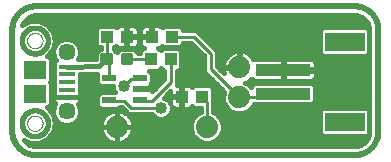
<source format=gtl>
G75*
%MOIN*%
%OFA0B0*%
%FSLAX25Y25*%
%IPPOS*%
%LPD*%
%AMOC8*
5,1,8,0,0,1.08239X$1,22.5*
%
%ADD10C,0.02000*%
%ADD11R,0.04331X0.03937*%
%ADD12C,0.01181*%
%ADD13C,0.05709*%
%ADD14R,0.05315X0.01575*%
%ADD15R,0.07480X0.05906*%
%ADD16C,0.00000*%
%ADD17C,0.01600*%
%ADD18R,0.18110X0.03937*%
%ADD19R,0.13386X0.06299*%
%ADD20C,0.07400*%
%ADD21R,0.03937X0.04331*%
%ADD22R,0.04724X0.02165*%
%ADD23C,0.01000*%
%ADD24C,0.04000*%
D10*
X0012824Y0004162D02*
X0119123Y0004162D01*
X0119313Y0004164D01*
X0119503Y0004171D01*
X0119693Y0004183D01*
X0119883Y0004199D01*
X0120072Y0004219D01*
X0120261Y0004245D01*
X0120449Y0004274D01*
X0120636Y0004309D01*
X0120822Y0004348D01*
X0121007Y0004391D01*
X0121192Y0004439D01*
X0121375Y0004491D01*
X0121556Y0004547D01*
X0121736Y0004608D01*
X0121915Y0004674D01*
X0122092Y0004743D01*
X0122268Y0004817D01*
X0122441Y0004895D01*
X0122613Y0004978D01*
X0122782Y0005064D01*
X0122950Y0005154D01*
X0123115Y0005249D01*
X0123278Y0005347D01*
X0123438Y0005450D01*
X0123596Y0005556D01*
X0123751Y0005666D01*
X0123904Y0005779D01*
X0124054Y0005897D01*
X0124200Y0006018D01*
X0124344Y0006142D01*
X0124485Y0006270D01*
X0124623Y0006401D01*
X0124758Y0006536D01*
X0124889Y0006674D01*
X0125017Y0006815D01*
X0125141Y0006959D01*
X0125262Y0007105D01*
X0125380Y0007255D01*
X0125493Y0007408D01*
X0125603Y0007563D01*
X0125709Y0007721D01*
X0125812Y0007881D01*
X0125910Y0008044D01*
X0126005Y0008209D01*
X0126095Y0008377D01*
X0126181Y0008546D01*
X0126264Y0008718D01*
X0126342Y0008891D01*
X0126416Y0009067D01*
X0126485Y0009244D01*
X0126551Y0009423D01*
X0126612Y0009603D01*
X0126668Y0009784D01*
X0126720Y0009967D01*
X0126768Y0010152D01*
X0126811Y0010337D01*
X0126850Y0010523D01*
X0126885Y0010710D01*
X0126914Y0010898D01*
X0126940Y0011087D01*
X0126960Y0011276D01*
X0126976Y0011466D01*
X0126988Y0011656D01*
X0126995Y0011846D01*
X0126997Y0012036D01*
X0126997Y0045894D01*
X0126995Y0046084D01*
X0126988Y0046274D01*
X0126976Y0046464D01*
X0126960Y0046654D01*
X0126940Y0046843D01*
X0126914Y0047032D01*
X0126885Y0047220D01*
X0126850Y0047407D01*
X0126811Y0047593D01*
X0126768Y0047778D01*
X0126720Y0047963D01*
X0126668Y0048146D01*
X0126612Y0048327D01*
X0126551Y0048507D01*
X0126485Y0048686D01*
X0126416Y0048863D01*
X0126342Y0049039D01*
X0126264Y0049212D01*
X0126181Y0049384D01*
X0126095Y0049553D01*
X0126005Y0049721D01*
X0125910Y0049886D01*
X0125812Y0050049D01*
X0125709Y0050209D01*
X0125603Y0050367D01*
X0125493Y0050522D01*
X0125380Y0050675D01*
X0125262Y0050825D01*
X0125141Y0050971D01*
X0125017Y0051115D01*
X0124889Y0051256D01*
X0124758Y0051394D01*
X0124623Y0051529D01*
X0124485Y0051660D01*
X0124344Y0051788D01*
X0124200Y0051912D01*
X0124054Y0052033D01*
X0123904Y0052151D01*
X0123751Y0052264D01*
X0123596Y0052374D01*
X0123438Y0052480D01*
X0123278Y0052583D01*
X0123115Y0052681D01*
X0122950Y0052776D01*
X0122782Y0052866D01*
X0122613Y0052952D01*
X0122441Y0053035D01*
X0122268Y0053113D01*
X0122092Y0053187D01*
X0121915Y0053256D01*
X0121736Y0053322D01*
X0121556Y0053383D01*
X0121375Y0053439D01*
X0121192Y0053491D01*
X0121007Y0053539D01*
X0120822Y0053582D01*
X0120636Y0053621D01*
X0120449Y0053656D01*
X0120261Y0053685D01*
X0120072Y0053711D01*
X0119883Y0053731D01*
X0119693Y0053747D01*
X0119503Y0053759D01*
X0119313Y0053766D01*
X0119123Y0053768D01*
X0119123Y0053769D02*
X0012036Y0053769D01*
X0012824Y0053768D02*
X0012634Y0053766D01*
X0012444Y0053759D01*
X0012254Y0053747D01*
X0012064Y0053731D01*
X0011875Y0053711D01*
X0011686Y0053685D01*
X0011498Y0053656D01*
X0011311Y0053621D01*
X0011125Y0053582D01*
X0010940Y0053539D01*
X0010755Y0053491D01*
X0010572Y0053439D01*
X0010391Y0053383D01*
X0010211Y0053322D01*
X0010032Y0053256D01*
X0009855Y0053187D01*
X0009679Y0053113D01*
X0009506Y0053035D01*
X0009334Y0052952D01*
X0009165Y0052866D01*
X0008997Y0052776D01*
X0008832Y0052681D01*
X0008669Y0052583D01*
X0008509Y0052480D01*
X0008351Y0052374D01*
X0008196Y0052264D01*
X0008043Y0052151D01*
X0007893Y0052033D01*
X0007747Y0051912D01*
X0007603Y0051788D01*
X0007462Y0051660D01*
X0007324Y0051529D01*
X0007189Y0051394D01*
X0007058Y0051256D01*
X0006930Y0051115D01*
X0006806Y0050971D01*
X0006685Y0050825D01*
X0006567Y0050675D01*
X0006454Y0050522D01*
X0006344Y0050367D01*
X0006238Y0050209D01*
X0006135Y0050049D01*
X0006037Y0049886D01*
X0005942Y0049721D01*
X0005852Y0049553D01*
X0005766Y0049384D01*
X0005683Y0049212D01*
X0005605Y0049039D01*
X0005531Y0048863D01*
X0005462Y0048686D01*
X0005396Y0048507D01*
X0005335Y0048327D01*
X0005279Y0048146D01*
X0005227Y0047963D01*
X0005179Y0047778D01*
X0005136Y0047593D01*
X0005097Y0047407D01*
X0005062Y0047220D01*
X0005033Y0047032D01*
X0005007Y0046843D01*
X0004987Y0046654D01*
X0004971Y0046464D01*
X0004959Y0046274D01*
X0004952Y0046084D01*
X0004950Y0045894D01*
X0004950Y0012036D01*
X0004952Y0011846D01*
X0004959Y0011656D01*
X0004971Y0011466D01*
X0004987Y0011276D01*
X0005007Y0011087D01*
X0005033Y0010898D01*
X0005062Y0010710D01*
X0005097Y0010523D01*
X0005136Y0010337D01*
X0005179Y0010152D01*
X0005227Y0009967D01*
X0005279Y0009784D01*
X0005335Y0009603D01*
X0005396Y0009423D01*
X0005462Y0009244D01*
X0005531Y0009067D01*
X0005605Y0008891D01*
X0005683Y0008718D01*
X0005766Y0008546D01*
X0005852Y0008377D01*
X0005942Y0008209D01*
X0006037Y0008044D01*
X0006135Y0007881D01*
X0006238Y0007721D01*
X0006344Y0007563D01*
X0006454Y0007408D01*
X0006567Y0007255D01*
X0006685Y0007105D01*
X0006806Y0006959D01*
X0006930Y0006815D01*
X0007058Y0006674D01*
X0007189Y0006536D01*
X0007324Y0006401D01*
X0007462Y0006270D01*
X0007603Y0006142D01*
X0007747Y0006018D01*
X0007893Y0005897D01*
X0008043Y0005779D01*
X0008196Y0005666D01*
X0008351Y0005556D01*
X0008509Y0005450D01*
X0008669Y0005347D01*
X0008832Y0005249D01*
X0008997Y0005154D01*
X0009165Y0005064D01*
X0009334Y0004978D01*
X0009506Y0004895D01*
X0009679Y0004817D01*
X0009855Y0004743D01*
X0010032Y0004674D01*
X0010211Y0004608D01*
X0010391Y0004547D01*
X0010572Y0004491D01*
X0010755Y0004439D01*
X0010940Y0004391D01*
X0011125Y0004348D01*
X0011311Y0004309D01*
X0011498Y0004274D01*
X0011686Y0004245D01*
X0011875Y0004219D01*
X0012064Y0004199D01*
X0012254Y0004183D01*
X0012444Y0004171D01*
X0012634Y0004164D01*
X0012824Y0004162D01*
D11*
X0036446Y0043611D03*
X0043139Y0043611D03*
X0051446Y0043643D03*
X0058139Y0043643D03*
D12*
X0041867Y0037489D02*
X0041867Y0034733D01*
X0041867Y0037489D02*
X0044623Y0037489D01*
X0044623Y0034733D01*
X0041867Y0034733D01*
X0041867Y0035913D02*
X0044623Y0035913D01*
X0044623Y0037093D02*
X0041867Y0037093D01*
X0034961Y0037489D02*
X0034961Y0034733D01*
X0034961Y0037489D02*
X0037717Y0037489D01*
X0037717Y0034733D01*
X0034961Y0034733D01*
X0034961Y0035913D02*
X0037717Y0035913D01*
X0037717Y0037093D02*
X0034961Y0037093D01*
D13*
X0023099Y0038414D03*
X0023099Y0018729D03*
D14*
X0023099Y0023454D03*
X0023099Y0026013D03*
X0023099Y0028572D03*
X0023099Y0031131D03*
X0023099Y0033690D03*
D15*
X0012469Y0032509D03*
X0012469Y0024635D03*
D16*
X0009910Y0014792D02*
X0009912Y0014893D01*
X0009918Y0014994D01*
X0009928Y0015095D01*
X0009942Y0015195D01*
X0009960Y0015294D01*
X0009982Y0015393D01*
X0010007Y0015491D01*
X0010037Y0015588D01*
X0010070Y0015683D01*
X0010107Y0015777D01*
X0010148Y0015870D01*
X0010192Y0015961D01*
X0010240Y0016050D01*
X0010292Y0016137D01*
X0010347Y0016222D01*
X0010405Y0016304D01*
X0010466Y0016385D01*
X0010531Y0016463D01*
X0010598Y0016538D01*
X0010668Y0016610D01*
X0010742Y0016680D01*
X0010818Y0016747D01*
X0010896Y0016811D01*
X0010977Y0016871D01*
X0011060Y0016928D01*
X0011146Y0016982D01*
X0011234Y0017033D01*
X0011323Y0017080D01*
X0011414Y0017124D01*
X0011507Y0017163D01*
X0011602Y0017200D01*
X0011697Y0017232D01*
X0011794Y0017261D01*
X0011893Y0017285D01*
X0011991Y0017306D01*
X0012091Y0017323D01*
X0012191Y0017336D01*
X0012292Y0017345D01*
X0012393Y0017350D01*
X0012494Y0017351D01*
X0012595Y0017348D01*
X0012696Y0017341D01*
X0012797Y0017330D01*
X0012897Y0017315D01*
X0012996Y0017296D01*
X0013095Y0017273D01*
X0013192Y0017247D01*
X0013289Y0017216D01*
X0013384Y0017182D01*
X0013477Y0017144D01*
X0013570Y0017102D01*
X0013660Y0017057D01*
X0013749Y0017008D01*
X0013835Y0016956D01*
X0013919Y0016900D01*
X0014002Y0016841D01*
X0014081Y0016779D01*
X0014159Y0016714D01*
X0014233Y0016646D01*
X0014305Y0016574D01*
X0014374Y0016501D01*
X0014440Y0016424D01*
X0014503Y0016345D01*
X0014563Y0016263D01*
X0014619Y0016179D01*
X0014672Y0016093D01*
X0014722Y0016005D01*
X0014768Y0015915D01*
X0014811Y0015824D01*
X0014850Y0015730D01*
X0014885Y0015635D01*
X0014916Y0015539D01*
X0014944Y0015442D01*
X0014968Y0015344D01*
X0014988Y0015245D01*
X0015004Y0015145D01*
X0015016Y0015044D01*
X0015024Y0014944D01*
X0015028Y0014843D01*
X0015028Y0014741D01*
X0015024Y0014640D01*
X0015016Y0014540D01*
X0015004Y0014439D01*
X0014988Y0014339D01*
X0014968Y0014240D01*
X0014944Y0014142D01*
X0014916Y0014045D01*
X0014885Y0013949D01*
X0014850Y0013854D01*
X0014811Y0013760D01*
X0014768Y0013669D01*
X0014722Y0013579D01*
X0014672Y0013491D01*
X0014619Y0013405D01*
X0014563Y0013321D01*
X0014503Y0013239D01*
X0014440Y0013160D01*
X0014374Y0013083D01*
X0014305Y0013010D01*
X0014233Y0012938D01*
X0014159Y0012870D01*
X0014081Y0012805D01*
X0014002Y0012743D01*
X0013919Y0012684D01*
X0013835Y0012628D01*
X0013748Y0012576D01*
X0013660Y0012527D01*
X0013570Y0012482D01*
X0013477Y0012440D01*
X0013384Y0012402D01*
X0013289Y0012368D01*
X0013192Y0012337D01*
X0013095Y0012311D01*
X0012996Y0012288D01*
X0012897Y0012269D01*
X0012797Y0012254D01*
X0012696Y0012243D01*
X0012595Y0012236D01*
X0012494Y0012233D01*
X0012393Y0012234D01*
X0012292Y0012239D01*
X0012191Y0012248D01*
X0012091Y0012261D01*
X0011991Y0012278D01*
X0011893Y0012299D01*
X0011794Y0012323D01*
X0011697Y0012352D01*
X0011602Y0012384D01*
X0011507Y0012421D01*
X0011414Y0012460D01*
X0011323Y0012504D01*
X0011234Y0012551D01*
X0011146Y0012602D01*
X0011060Y0012656D01*
X0010977Y0012713D01*
X0010896Y0012773D01*
X0010818Y0012837D01*
X0010742Y0012904D01*
X0010668Y0012974D01*
X0010598Y0013046D01*
X0010531Y0013121D01*
X0010466Y0013199D01*
X0010405Y0013280D01*
X0010347Y0013362D01*
X0010292Y0013447D01*
X0010240Y0013534D01*
X0010192Y0013623D01*
X0010148Y0013714D01*
X0010107Y0013807D01*
X0010070Y0013901D01*
X0010037Y0013996D01*
X0010007Y0014093D01*
X0009982Y0014191D01*
X0009960Y0014290D01*
X0009942Y0014389D01*
X0009928Y0014489D01*
X0009918Y0014590D01*
X0009912Y0014691D01*
X0009910Y0014792D01*
X0009910Y0042351D02*
X0009912Y0042452D01*
X0009918Y0042553D01*
X0009928Y0042654D01*
X0009942Y0042754D01*
X0009960Y0042853D01*
X0009982Y0042952D01*
X0010007Y0043050D01*
X0010037Y0043147D01*
X0010070Y0043242D01*
X0010107Y0043336D01*
X0010148Y0043429D01*
X0010192Y0043520D01*
X0010240Y0043609D01*
X0010292Y0043696D01*
X0010347Y0043781D01*
X0010405Y0043863D01*
X0010466Y0043944D01*
X0010531Y0044022D01*
X0010598Y0044097D01*
X0010668Y0044169D01*
X0010742Y0044239D01*
X0010818Y0044306D01*
X0010896Y0044370D01*
X0010977Y0044430D01*
X0011060Y0044487D01*
X0011146Y0044541D01*
X0011234Y0044592D01*
X0011323Y0044639D01*
X0011414Y0044683D01*
X0011507Y0044722D01*
X0011602Y0044759D01*
X0011697Y0044791D01*
X0011794Y0044820D01*
X0011893Y0044844D01*
X0011991Y0044865D01*
X0012091Y0044882D01*
X0012191Y0044895D01*
X0012292Y0044904D01*
X0012393Y0044909D01*
X0012494Y0044910D01*
X0012595Y0044907D01*
X0012696Y0044900D01*
X0012797Y0044889D01*
X0012897Y0044874D01*
X0012996Y0044855D01*
X0013095Y0044832D01*
X0013192Y0044806D01*
X0013289Y0044775D01*
X0013384Y0044741D01*
X0013477Y0044703D01*
X0013570Y0044661D01*
X0013660Y0044616D01*
X0013749Y0044567D01*
X0013835Y0044515D01*
X0013919Y0044459D01*
X0014002Y0044400D01*
X0014081Y0044338D01*
X0014159Y0044273D01*
X0014233Y0044205D01*
X0014305Y0044133D01*
X0014374Y0044060D01*
X0014440Y0043983D01*
X0014503Y0043904D01*
X0014563Y0043822D01*
X0014619Y0043738D01*
X0014672Y0043652D01*
X0014722Y0043564D01*
X0014768Y0043474D01*
X0014811Y0043383D01*
X0014850Y0043289D01*
X0014885Y0043194D01*
X0014916Y0043098D01*
X0014944Y0043001D01*
X0014968Y0042903D01*
X0014988Y0042804D01*
X0015004Y0042704D01*
X0015016Y0042603D01*
X0015024Y0042503D01*
X0015028Y0042402D01*
X0015028Y0042300D01*
X0015024Y0042199D01*
X0015016Y0042099D01*
X0015004Y0041998D01*
X0014988Y0041898D01*
X0014968Y0041799D01*
X0014944Y0041701D01*
X0014916Y0041604D01*
X0014885Y0041508D01*
X0014850Y0041413D01*
X0014811Y0041319D01*
X0014768Y0041228D01*
X0014722Y0041138D01*
X0014672Y0041050D01*
X0014619Y0040964D01*
X0014563Y0040880D01*
X0014503Y0040798D01*
X0014440Y0040719D01*
X0014374Y0040642D01*
X0014305Y0040569D01*
X0014233Y0040497D01*
X0014159Y0040429D01*
X0014081Y0040364D01*
X0014002Y0040302D01*
X0013919Y0040243D01*
X0013835Y0040187D01*
X0013748Y0040135D01*
X0013660Y0040086D01*
X0013570Y0040041D01*
X0013477Y0039999D01*
X0013384Y0039961D01*
X0013289Y0039927D01*
X0013192Y0039896D01*
X0013095Y0039870D01*
X0012996Y0039847D01*
X0012897Y0039828D01*
X0012797Y0039813D01*
X0012696Y0039802D01*
X0012595Y0039795D01*
X0012494Y0039792D01*
X0012393Y0039793D01*
X0012292Y0039798D01*
X0012191Y0039807D01*
X0012091Y0039820D01*
X0011991Y0039837D01*
X0011893Y0039858D01*
X0011794Y0039882D01*
X0011697Y0039911D01*
X0011602Y0039943D01*
X0011507Y0039980D01*
X0011414Y0040019D01*
X0011323Y0040063D01*
X0011234Y0040110D01*
X0011146Y0040161D01*
X0011060Y0040215D01*
X0010977Y0040272D01*
X0010896Y0040332D01*
X0010818Y0040396D01*
X0010742Y0040463D01*
X0010668Y0040533D01*
X0010598Y0040605D01*
X0010531Y0040680D01*
X0010466Y0040758D01*
X0010405Y0040839D01*
X0010347Y0040921D01*
X0010292Y0041006D01*
X0010240Y0041093D01*
X0010192Y0041182D01*
X0010148Y0041273D01*
X0010107Y0041366D01*
X0010070Y0041460D01*
X0010037Y0041555D01*
X0010007Y0041652D01*
X0009982Y0041750D01*
X0009960Y0041849D01*
X0009942Y0041948D01*
X0009928Y0042048D01*
X0009918Y0042149D01*
X0009912Y0042250D01*
X0009910Y0042351D01*
D17*
X0008138Y0042351D02*
X0008140Y0042482D01*
X0008146Y0042614D01*
X0008156Y0042745D01*
X0008170Y0042876D01*
X0008188Y0043006D01*
X0008210Y0043135D01*
X0008235Y0043264D01*
X0008265Y0043392D01*
X0008299Y0043519D01*
X0008336Y0043646D01*
X0008377Y0043770D01*
X0008422Y0043894D01*
X0008471Y0044016D01*
X0008523Y0044137D01*
X0008579Y0044255D01*
X0008639Y0044373D01*
X0008702Y0044488D01*
X0008769Y0044601D01*
X0008839Y0044713D01*
X0008912Y0044822D01*
X0008988Y0044928D01*
X0009068Y0045033D01*
X0009151Y0045135D01*
X0009237Y0045234D01*
X0009326Y0045331D01*
X0009418Y0045425D01*
X0009513Y0045516D01*
X0009610Y0045605D01*
X0009710Y0045690D01*
X0009813Y0045772D01*
X0009918Y0045851D01*
X0010025Y0045927D01*
X0010135Y0045999D01*
X0010247Y0046068D01*
X0010361Y0046134D01*
X0010476Y0046196D01*
X0010594Y0046255D01*
X0010713Y0046310D01*
X0010834Y0046362D01*
X0010957Y0046409D01*
X0011081Y0046453D01*
X0011206Y0046494D01*
X0011332Y0046530D01*
X0011460Y0046563D01*
X0011588Y0046591D01*
X0011717Y0046616D01*
X0011847Y0046637D01*
X0011977Y0046654D01*
X0012108Y0046667D01*
X0012239Y0046676D01*
X0012370Y0046681D01*
X0012502Y0046682D01*
X0012633Y0046679D01*
X0012765Y0046672D01*
X0012896Y0046661D01*
X0013026Y0046646D01*
X0013156Y0046627D01*
X0013286Y0046604D01*
X0013414Y0046578D01*
X0013542Y0046547D01*
X0013669Y0046512D01*
X0013795Y0046474D01*
X0013919Y0046432D01*
X0014043Y0046386D01*
X0014164Y0046336D01*
X0014284Y0046283D01*
X0014403Y0046226D01*
X0014520Y0046166D01*
X0014634Y0046102D01*
X0014747Y0046034D01*
X0014858Y0045963D01*
X0014967Y0045889D01*
X0015073Y0045812D01*
X0015177Y0045731D01*
X0015278Y0045648D01*
X0015377Y0045561D01*
X0015473Y0045471D01*
X0015566Y0045378D01*
X0015657Y0045283D01*
X0015744Y0045185D01*
X0015829Y0045084D01*
X0015910Y0044981D01*
X0015988Y0044875D01*
X0016063Y0044767D01*
X0016135Y0044657D01*
X0016203Y0044545D01*
X0016268Y0044431D01*
X0016329Y0044314D01*
X0016387Y0044196D01*
X0016441Y0044076D01*
X0016492Y0043955D01*
X0016539Y0043832D01*
X0016582Y0043708D01*
X0016621Y0043583D01*
X0016657Y0043456D01*
X0016688Y0043328D01*
X0016716Y0043200D01*
X0016740Y0043071D01*
X0016760Y0042941D01*
X0016776Y0042810D01*
X0016788Y0042679D01*
X0016796Y0042548D01*
X0016800Y0042417D01*
X0016800Y0042285D01*
X0016796Y0042154D01*
X0016788Y0042023D01*
X0016776Y0041892D01*
X0016760Y0041761D01*
X0016740Y0041631D01*
X0016716Y0041502D01*
X0016688Y0041374D01*
X0016657Y0041246D01*
X0016621Y0041119D01*
X0016582Y0040994D01*
X0016539Y0040870D01*
X0016492Y0040747D01*
X0016441Y0040626D01*
X0016387Y0040506D01*
X0016329Y0040388D01*
X0016268Y0040271D01*
X0016203Y0040157D01*
X0016135Y0040045D01*
X0016063Y0039935D01*
X0015988Y0039827D01*
X0015910Y0039721D01*
X0015829Y0039618D01*
X0015744Y0039517D01*
X0015657Y0039419D01*
X0015566Y0039324D01*
X0015473Y0039231D01*
X0015377Y0039141D01*
X0015278Y0039054D01*
X0015177Y0038971D01*
X0015073Y0038890D01*
X0014967Y0038813D01*
X0014858Y0038739D01*
X0014747Y0038668D01*
X0014635Y0038600D01*
X0014520Y0038536D01*
X0014403Y0038476D01*
X0014284Y0038419D01*
X0014164Y0038366D01*
X0014043Y0038316D01*
X0013919Y0038270D01*
X0013795Y0038228D01*
X0013669Y0038190D01*
X0013542Y0038155D01*
X0013414Y0038124D01*
X0013286Y0038098D01*
X0013156Y0038075D01*
X0013026Y0038056D01*
X0012896Y0038041D01*
X0012765Y0038030D01*
X0012633Y0038023D01*
X0012502Y0038020D01*
X0012370Y0038021D01*
X0012239Y0038026D01*
X0012108Y0038035D01*
X0011977Y0038048D01*
X0011847Y0038065D01*
X0011717Y0038086D01*
X0011588Y0038111D01*
X0011460Y0038139D01*
X0011332Y0038172D01*
X0011206Y0038208D01*
X0011081Y0038249D01*
X0010957Y0038293D01*
X0010834Y0038340D01*
X0010713Y0038392D01*
X0010594Y0038447D01*
X0010476Y0038506D01*
X0010361Y0038568D01*
X0010247Y0038634D01*
X0010135Y0038703D01*
X0010025Y0038775D01*
X0009918Y0038851D01*
X0009813Y0038930D01*
X0009710Y0039012D01*
X0009610Y0039097D01*
X0009513Y0039186D01*
X0009418Y0039277D01*
X0009326Y0039371D01*
X0009237Y0039468D01*
X0009151Y0039567D01*
X0009068Y0039669D01*
X0008988Y0039774D01*
X0008912Y0039880D01*
X0008839Y0039989D01*
X0008769Y0040101D01*
X0008702Y0040214D01*
X0008639Y0040329D01*
X0008579Y0040447D01*
X0008523Y0040565D01*
X0008471Y0040686D01*
X0008422Y0040808D01*
X0008377Y0040932D01*
X0008336Y0041056D01*
X0008299Y0041183D01*
X0008265Y0041310D01*
X0008235Y0041438D01*
X0008210Y0041567D01*
X0008188Y0041696D01*
X0008170Y0041826D01*
X0008156Y0041957D01*
X0008146Y0042088D01*
X0008140Y0042220D01*
X0008138Y0042351D01*
X0018191Y0039001D02*
X0018645Y0039001D01*
X0018645Y0039300D02*
X0018645Y0037528D01*
X0019323Y0035891D01*
X0019458Y0035756D01*
X0018842Y0035140D01*
X0018842Y0025070D01*
X0018764Y0024936D01*
X0018642Y0024478D01*
X0018642Y0023454D01*
X0023099Y0023454D01*
X0023099Y0023453D01*
X0018642Y0023453D01*
X0018642Y0022429D01*
X0018764Y0021971D01*
X0019001Y0021561D01*
X0019319Y0021243D01*
X0018645Y0019615D01*
X0018645Y0017843D01*
X0019323Y0016206D01*
X0020576Y0014953D01*
X0022213Y0014275D01*
X0023985Y0014275D01*
X0025622Y0014953D01*
X0026875Y0016206D01*
X0027554Y0017843D01*
X0027554Y0019615D01*
X0026879Y0021243D01*
X0027197Y0021561D01*
X0027434Y0021971D01*
X0027557Y0022429D01*
X0027557Y0023453D01*
X0023099Y0023453D01*
X0023099Y0023454D01*
X0027557Y0023454D01*
X0027557Y0024478D01*
X0027434Y0024936D01*
X0027357Y0025070D01*
X0027357Y0031305D01*
X0033211Y0031326D01*
X0033211Y0028106D01*
X0034149Y0027169D01*
X0038456Y0027169D01*
X0038456Y0026478D01*
X0039004Y0025154D01*
X0039105Y0025054D01*
X0034149Y0025054D01*
X0033211Y0024116D01*
X0033211Y0020625D01*
X0034149Y0019688D01*
X0040199Y0019688D01*
X0040683Y0020172D01*
X0041356Y0020172D01*
X0042410Y0019118D01*
X0043640Y0017888D01*
X0051389Y0017888D01*
X0051417Y0017820D01*
X0052430Y0016807D01*
X0053753Y0016259D01*
X0055185Y0016259D01*
X0056509Y0016807D01*
X0057521Y0017820D01*
X0058069Y0019143D01*
X0058069Y0020308D01*
X0058372Y0020005D01*
X0058782Y0019768D01*
X0059240Y0019646D01*
X0061261Y0019646D01*
X0061261Y0023427D01*
X0057677Y0023427D01*
X0057677Y0021522D01*
X0057521Y0021898D01*
X0056509Y0022911D01*
X0055452Y0023349D01*
X0057677Y0025573D01*
X0057677Y0023795D01*
X0061261Y0023795D01*
X0061261Y0023427D01*
X0061630Y0023427D01*
X0061630Y0019646D01*
X0063651Y0019646D01*
X0064109Y0019768D01*
X0064519Y0020005D01*
X0064855Y0020340D01*
X0064912Y0020441D01*
X0065507Y0019846D01*
X0067692Y0019846D01*
X0067692Y0018478D01*
X0066790Y0018104D01*
X0065299Y0016613D01*
X0064492Y0014665D01*
X0064492Y0012557D01*
X0065299Y0010609D01*
X0066790Y0009118D01*
X0068738Y0008311D01*
X0070846Y0008311D01*
X0072794Y0009118D01*
X0074285Y0010609D01*
X0075092Y0012557D01*
X0075092Y0014665D01*
X0074285Y0016613D01*
X0072794Y0018104D01*
X0071892Y0018478D01*
X0071892Y0022827D01*
X0071707Y0023012D01*
X0071707Y0026439D01*
X0070770Y0027376D01*
X0065507Y0027376D01*
X0064912Y0026781D01*
X0064855Y0026882D01*
X0064519Y0027217D01*
X0064109Y0027454D01*
X0063651Y0027576D01*
X0061630Y0027576D01*
X0061630Y0023795D01*
X0061261Y0023795D01*
X0061261Y0027576D01*
X0059680Y0027576D01*
X0059805Y0027702D01*
X0059805Y0032365D01*
X0060337Y0032365D01*
X0061274Y0033303D01*
X0061274Y0038959D01*
X0060337Y0039896D01*
X0055074Y0039896D01*
X0054359Y0039181D01*
X0053666Y0039874D01*
X0053848Y0039874D01*
X0054306Y0039997D01*
X0054716Y0040234D01*
X0054934Y0040451D01*
X0055310Y0040074D01*
X0060967Y0040074D01*
X0061904Y0041011D01*
X0061904Y0041543D01*
X0064599Y0041543D01*
X0068991Y0037151D01*
X0068991Y0031993D01*
X0075653Y0025331D01*
X0075280Y0024429D01*
X0075280Y0022321D01*
X0076086Y0020373D01*
X0077577Y0018882D01*
X0079525Y0018075D01*
X0081634Y0018075D01*
X0083582Y0018882D01*
X0085073Y0020373D01*
X0085415Y0021198D01*
X0085507Y0021106D01*
X0104943Y0021106D01*
X0105880Y0022043D01*
X0105880Y0027305D01*
X0104943Y0028243D01*
X0085507Y0028243D01*
X0084570Y0027305D01*
X0084570Y0026880D01*
X0083582Y0027868D01*
X0082636Y0028260D01*
X0082691Y0028278D01*
X0083462Y0028671D01*
X0084163Y0029180D01*
X0084630Y0029647D01*
X0084730Y0029474D01*
X0085065Y0029139D01*
X0085475Y0028902D01*
X0085933Y0028780D01*
X0095041Y0028780D01*
X0095041Y0032364D01*
X0095409Y0032364D01*
X0095409Y0028780D01*
X0104517Y0028780D01*
X0104975Y0028902D01*
X0105386Y0029139D01*
X0105721Y0029474D01*
X0105958Y0029885D01*
X0106080Y0030343D01*
X0106080Y0032364D01*
X0095410Y0032364D01*
X0095410Y0032732D01*
X0106080Y0032732D01*
X0106080Y0034754D01*
X0105958Y0035211D01*
X0105721Y0035622D01*
X0105386Y0035957D01*
X0104975Y0036194D01*
X0104517Y0036317D01*
X0095409Y0036317D01*
X0095409Y0032732D01*
X0095041Y0032732D01*
X0095041Y0036317D01*
X0085933Y0036317D01*
X0085475Y0036194D01*
X0085352Y0036123D01*
X0085284Y0036257D01*
X0084775Y0036958D01*
X0084163Y0037570D01*
X0083462Y0038079D01*
X0082691Y0038472D01*
X0081867Y0038739D01*
X0081012Y0038875D01*
X0080780Y0038875D01*
X0080780Y0033575D01*
X0080380Y0033575D01*
X0080380Y0038875D01*
X0080147Y0038875D01*
X0079292Y0038739D01*
X0078468Y0038472D01*
X0077697Y0038079D01*
X0076997Y0037570D01*
X0076384Y0036958D01*
X0075876Y0036257D01*
X0075482Y0035486D01*
X0075215Y0034663D01*
X0075080Y0033808D01*
X0075080Y0033575D01*
X0080379Y0033575D01*
X0080379Y0033175D01*
X0075080Y0033175D01*
X0075080Y0032942D01*
X0075215Y0032087D01*
X0075397Y0031527D01*
X0073191Y0033733D01*
X0073191Y0038890D01*
X0071961Y0040120D01*
X0066339Y0045743D01*
X0061904Y0045743D01*
X0061904Y0046274D01*
X0060967Y0047211D01*
X0055310Y0047211D01*
X0054934Y0046834D01*
X0054716Y0047051D01*
X0054306Y0047288D01*
X0053848Y0047411D01*
X0051630Y0047411D01*
X0051630Y0043827D01*
X0051261Y0043827D01*
X0051261Y0043458D01*
X0047480Y0043458D01*
X0047480Y0041437D01*
X0047603Y0040979D01*
X0047840Y0040569D01*
X0048175Y0040234D01*
X0048586Y0039997D01*
X0048961Y0039896D01*
X0048381Y0039896D01*
X0047444Y0038959D01*
X0047444Y0038211D01*
X0046813Y0038211D01*
X0046813Y0038396D01*
X0045530Y0039680D01*
X0040960Y0039680D01*
X0039792Y0038512D01*
X0038743Y0039562D01*
X0038743Y0040043D01*
X0039274Y0040043D01*
X0039651Y0040419D01*
X0039868Y0040202D01*
X0040278Y0039965D01*
X0040736Y0039843D01*
X0042954Y0039843D01*
X0042954Y0043427D01*
X0043323Y0043427D01*
X0043323Y0043795D01*
X0047104Y0043795D01*
X0047104Y0045816D01*
X0046981Y0046274D01*
X0046744Y0046685D01*
X0046409Y0047020D01*
X0045999Y0047257D01*
X0045541Y0047380D01*
X0043323Y0047380D01*
X0043323Y0043795D01*
X0042954Y0043795D01*
X0042954Y0047380D01*
X0040736Y0047380D01*
X0040278Y0047257D01*
X0039868Y0047020D01*
X0039651Y0046803D01*
X0039274Y0047180D01*
X0033618Y0047180D01*
X0032680Y0046242D01*
X0032680Y0040980D01*
X0033618Y0040043D01*
X0034543Y0040043D01*
X0034543Y0039680D01*
X0034054Y0039680D01*
X0032771Y0038396D01*
X0032771Y0036125D01*
X0026964Y0036104D01*
X0027554Y0037528D01*
X0027554Y0039300D01*
X0026875Y0040937D01*
X0025622Y0042190D01*
X0023985Y0042868D01*
X0022213Y0042868D01*
X0020576Y0042190D01*
X0019323Y0040937D01*
X0018645Y0039300D01*
X0018533Y0039431D02*
X0018533Y0039431D01*
X0019200Y0042351D01*
X0018533Y0045272D01*
X0016666Y0047613D01*
X0013967Y0048913D01*
X0010972Y0048913D01*
X0008329Y0047641D01*
X0008481Y0048107D01*
X0009377Y0049341D01*
X0010611Y0050237D01*
X0012061Y0050709D01*
X0012824Y0050769D01*
X0119123Y0050769D01*
X0119885Y0050709D01*
X0121336Y0050237D01*
X0122569Y0049341D01*
X0123466Y0048107D01*
X0123937Y0046657D01*
X0123997Y0045894D01*
X0123997Y0012036D01*
X0123991Y0011956D01*
X0123991Y0019038D01*
X0123053Y0019975D01*
X0108342Y0019975D01*
X0107405Y0019038D01*
X0107405Y0011413D01*
X0108342Y0010476D01*
X0123053Y0010476D01*
X0123944Y0011366D01*
X0123937Y0011274D01*
X0123466Y0009823D01*
X0122569Y0008590D01*
X0121336Y0007693D01*
X0119885Y0007222D01*
X0119123Y0007162D01*
X0012824Y0007162D01*
X0012061Y0007222D01*
X0010611Y0007693D01*
X0009377Y0008590D01*
X0008921Y0009218D01*
X0010972Y0008230D01*
X0013967Y0008230D01*
X0016666Y0009530D01*
X0018533Y0011872D01*
X0019200Y0014792D01*
X0018533Y0017712D01*
X0018533Y0017712D01*
X0016666Y0020054D01*
X0016609Y0020082D01*
X0016872Y0020082D01*
X0017809Y0021019D01*
X0017809Y0028250D01*
X0017488Y0028572D01*
X0017809Y0028893D01*
X0017809Y0036124D01*
X0016872Y0037061D01*
X0016609Y0037061D01*
X0016666Y0037089D01*
X0018533Y0039431D01*
X0018800Y0040600D02*
X0019183Y0040600D01*
X0019165Y0042198D02*
X0020595Y0042198D01*
X0019200Y0042351D02*
X0019200Y0042351D01*
X0018870Y0043797D02*
X0032680Y0043797D01*
X0032680Y0045395D02*
X0018435Y0045395D01*
X0018533Y0045272D02*
X0018533Y0045272D01*
X0017160Y0046994D02*
X0033432Y0046994D01*
X0039460Y0046994D02*
X0039842Y0046994D01*
X0042954Y0046994D02*
X0043323Y0046994D01*
X0046435Y0046994D02*
X0048117Y0046994D01*
X0048175Y0047051D02*
X0047840Y0046716D01*
X0047603Y0046306D01*
X0047480Y0045848D01*
X0047480Y0043827D01*
X0051261Y0043827D01*
X0051261Y0047411D01*
X0049043Y0047411D01*
X0048586Y0047288D01*
X0048175Y0047051D01*
X0047480Y0045395D02*
X0047104Y0045395D01*
X0043323Y0045395D02*
X0042954Y0045395D01*
X0042954Y0043797D02*
X0043323Y0043797D01*
X0043323Y0043427D02*
X0047104Y0043427D01*
X0047104Y0041406D01*
X0046981Y0040948D01*
X0046744Y0040537D01*
X0046409Y0040202D01*
X0045999Y0039965D01*
X0045541Y0039843D01*
X0043323Y0039843D01*
X0043323Y0043427D01*
X0047104Y0043797D02*
X0051261Y0043797D01*
X0051261Y0045395D02*
X0051630Y0045395D01*
X0051630Y0046994D02*
X0051261Y0046994D01*
X0054774Y0046994D02*
X0055093Y0046994D01*
X0061184Y0046994D02*
X0123827Y0046994D01*
X0123053Y0046746D02*
X0108342Y0046746D01*
X0107405Y0045809D01*
X0107405Y0038184D01*
X0108342Y0037247D01*
X0123053Y0037247D01*
X0123991Y0038184D01*
X0123991Y0045809D01*
X0123053Y0046746D01*
X0123991Y0045395D02*
X0123997Y0045395D01*
X0123991Y0043797D02*
X0123997Y0043797D01*
X0123991Y0042198D02*
X0123997Y0042198D01*
X0123991Y0040600D02*
X0123997Y0040600D01*
X0123991Y0039001D02*
X0123997Y0039001D01*
X0123997Y0037403D02*
X0123209Y0037403D01*
X0123997Y0035804D02*
X0105538Y0035804D01*
X0106080Y0034206D02*
X0123997Y0034206D01*
X0123997Y0032607D02*
X0095410Y0032607D01*
X0095409Y0031009D02*
X0095041Y0031009D01*
X0095041Y0029410D02*
X0095409Y0029410D01*
X0095409Y0034206D02*
X0095041Y0034206D01*
X0095041Y0035804D02*
X0095409Y0035804D01*
X0084330Y0037403D02*
X0108187Y0037403D01*
X0107405Y0039001D02*
X0073081Y0039001D01*
X0073191Y0037403D02*
X0076829Y0037403D01*
X0075645Y0035804D02*
X0073191Y0035804D01*
X0073191Y0034206D02*
X0075143Y0034206D01*
X0075133Y0032607D02*
X0074317Y0032607D01*
X0069976Y0031009D02*
X0059805Y0031009D01*
X0060578Y0032607D02*
X0068991Y0032607D01*
X0068991Y0034206D02*
X0061274Y0034206D01*
X0061274Y0035804D02*
X0068991Y0035804D01*
X0068739Y0037403D02*
X0061274Y0037403D01*
X0061232Y0039001D02*
X0067141Y0039001D01*
X0065542Y0040600D02*
X0061492Y0040600D01*
X0068285Y0043797D02*
X0107405Y0043797D01*
X0107405Y0045395D02*
X0066686Y0045395D01*
X0069884Y0042198D02*
X0107405Y0042198D01*
X0107405Y0040600D02*
X0071482Y0040600D01*
X0080380Y0037403D02*
X0080780Y0037403D01*
X0080780Y0035804D02*
X0080380Y0035804D01*
X0080380Y0034206D02*
X0080780Y0034206D01*
X0084393Y0029410D02*
X0084794Y0029410D01*
X0085076Y0027812D02*
X0083638Y0027812D01*
X0075356Y0024615D02*
X0071707Y0024615D01*
X0071707Y0026213D02*
X0074771Y0026213D01*
X0073173Y0027812D02*
X0059805Y0027812D01*
X0059805Y0029410D02*
X0071574Y0029410D01*
X0061630Y0026213D02*
X0061261Y0026213D01*
X0061261Y0024615D02*
X0061630Y0024615D01*
X0061630Y0023016D02*
X0061261Y0023016D01*
X0061261Y0021417D02*
X0061630Y0021417D01*
X0061630Y0019819D02*
X0061261Y0019819D01*
X0058695Y0019819D02*
X0058069Y0019819D01*
X0057687Y0018220D02*
X0067071Y0018220D01*
X0067692Y0019819D02*
X0064197Y0019819D01*
X0057677Y0023016D02*
X0056255Y0023016D01*
X0056718Y0024615D02*
X0057677Y0024615D01*
X0055606Y0029441D02*
X0051573Y0025409D01*
X0051573Y0026111D01*
X0047411Y0026111D01*
X0051573Y0026111D01*
X0051573Y0027431D01*
X0051450Y0027888D01*
X0051342Y0028075D01*
X0051373Y0028106D01*
X0051373Y0031597D01*
X0050604Y0032365D01*
X0053644Y0032365D01*
X0054359Y0033081D01*
X0055074Y0032365D01*
X0055606Y0032365D01*
X0055606Y0029441D01*
X0055574Y0029410D02*
X0051373Y0029410D01*
X0051373Y0031009D02*
X0055606Y0031009D01*
X0054833Y0032607D02*
X0053886Y0032607D01*
X0053976Y0027812D02*
X0051471Y0027812D01*
X0051573Y0026213D02*
X0052377Y0026213D01*
X0047411Y0026111D02*
X0047411Y0026111D01*
X0038565Y0026213D02*
X0027357Y0026213D01*
X0027357Y0027812D02*
X0033506Y0027812D01*
X0033211Y0029410D02*
X0027357Y0029410D01*
X0027357Y0031009D02*
X0033211Y0031009D01*
X0033957Y0033729D02*
X0036339Y0036111D01*
X0032771Y0037403D02*
X0027502Y0037403D01*
X0027554Y0039001D02*
X0033376Y0039001D01*
X0033060Y0040600D02*
X0027015Y0040600D01*
X0025604Y0042198D02*
X0032680Y0042198D01*
X0039303Y0039001D02*
X0040281Y0039001D01*
X0042954Y0040600D02*
X0043323Y0040600D01*
X0043323Y0042198D02*
X0042954Y0042198D01*
X0046780Y0040600D02*
X0047822Y0040600D01*
X0047480Y0042198D02*
X0047104Y0042198D01*
X0047486Y0039001D02*
X0046209Y0039001D01*
X0033957Y0033729D02*
X0023099Y0033690D01*
X0018842Y0034206D02*
X0017809Y0034206D01*
X0017809Y0035804D02*
X0019410Y0035804D01*
X0016666Y0037089D02*
X0016666Y0037089D01*
X0016666Y0037089D01*
X0016916Y0037403D02*
X0018697Y0037403D01*
X0018842Y0032607D02*
X0017809Y0032607D01*
X0017809Y0031009D02*
X0018842Y0031009D01*
X0018842Y0029410D02*
X0017809Y0029410D01*
X0017809Y0027812D02*
X0018842Y0027812D01*
X0018842Y0026213D02*
X0017809Y0026213D01*
X0017809Y0024615D02*
X0018678Y0024615D01*
X0018642Y0023016D02*
X0017809Y0023016D01*
X0017809Y0021417D02*
X0019145Y0021417D01*
X0018729Y0019819D02*
X0016854Y0019819D01*
X0016666Y0020054D02*
X0016666Y0020054D01*
X0018128Y0018220D02*
X0018645Y0018220D01*
X0018782Y0016622D02*
X0019151Y0016622D01*
X0019147Y0015023D02*
X0020506Y0015023D01*
X0018888Y0013425D02*
X0034292Y0013425D01*
X0034292Y0013525D02*
X0034292Y0013178D01*
X0034428Y0012323D01*
X0034695Y0011500D01*
X0035088Y0010728D01*
X0035597Y0010028D01*
X0036209Y0009416D01*
X0036909Y0008907D01*
X0037681Y0008514D01*
X0038504Y0008246D01*
X0039359Y0008111D01*
X0039706Y0008111D01*
X0039706Y0013525D01*
X0034292Y0013525D01*
X0034292Y0013697D02*
X0039706Y0013697D01*
X0039706Y0013525D01*
X0039878Y0013525D01*
X0039878Y0008111D01*
X0040225Y0008111D01*
X0041080Y0008246D01*
X0041903Y0008514D01*
X0042675Y0008907D01*
X0043375Y0009416D01*
X0043987Y0010028D01*
X0044496Y0010728D01*
X0044889Y0011500D01*
X0045157Y0012323D01*
X0045292Y0013178D01*
X0045292Y0013525D01*
X0039878Y0013525D01*
X0039878Y0013697D01*
X0039706Y0013697D01*
X0039706Y0019111D01*
X0039359Y0019111D01*
X0038504Y0018976D01*
X0037681Y0018708D01*
X0036909Y0018315D01*
X0036209Y0017806D01*
X0035597Y0017194D01*
X0035088Y0016494D01*
X0034695Y0015722D01*
X0034428Y0014899D01*
X0034292Y0014044D01*
X0034292Y0013697D01*
X0034468Y0015023D02*
X0025693Y0015023D01*
X0027048Y0016622D02*
X0035181Y0016622D01*
X0036779Y0018220D02*
X0027554Y0018220D01*
X0027469Y0019819D02*
X0034018Y0019819D01*
X0033211Y0021417D02*
X0027054Y0021417D01*
X0027557Y0023016D02*
X0033211Y0023016D01*
X0033710Y0024615D02*
X0027520Y0024615D01*
X0039878Y0019111D02*
X0040225Y0019111D01*
X0041080Y0018976D01*
X0041903Y0018708D01*
X0042675Y0018315D01*
X0043375Y0017806D01*
X0043987Y0017194D01*
X0044496Y0016494D01*
X0044889Y0015722D01*
X0045157Y0014899D01*
X0045292Y0014044D01*
X0045292Y0013697D01*
X0039878Y0013697D01*
X0039878Y0019111D01*
X0039878Y0018220D02*
X0039706Y0018220D01*
X0042410Y0019118D02*
X0042410Y0019118D01*
X0042805Y0018220D02*
X0043308Y0018220D01*
X0044403Y0016622D02*
X0052877Y0016622D01*
X0056062Y0016622D02*
X0065308Y0016622D01*
X0064641Y0015023D02*
X0045116Y0015023D01*
X0045292Y0013425D02*
X0064492Y0013425D01*
X0064795Y0011826D02*
X0044995Y0011826D01*
X0044133Y0010228D02*
X0065680Y0010228D01*
X0067969Y0008629D02*
X0042130Y0008629D01*
X0039878Y0008629D02*
X0039706Y0008629D01*
X0037454Y0008629D02*
X0014796Y0008629D01*
X0016666Y0009530D02*
X0016666Y0009530D01*
X0016666Y0009530D01*
X0017222Y0010228D02*
X0035452Y0010228D01*
X0034589Y0011826D02*
X0018497Y0011826D01*
X0018533Y0011872D02*
X0018533Y0011872D01*
X0008138Y0014792D02*
X0008140Y0014923D01*
X0008146Y0015055D01*
X0008156Y0015186D01*
X0008170Y0015317D01*
X0008188Y0015447D01*
X0008210Y0015576D01*
X0008235Y0015705D01*
X0008265Y0015833D01*
X0008299Y0015960D01*
X0008336Y0016087D01*
X0008377Y0016211D01*
X0008422Y0016335D01*
X0008471Y0016457D01*
X0008523Y0016578D01*
X0008579Y0016696D01*
X0008639Y0016814D01*
X0008702Y0016929D01*
X0008769Y0017042D01*
X0008839Y0017154D01*
X0008912Y0017263D01*
X0008988Y0017369D01*
X0009068Y0017474D01*
X0009151Y0017576D01*
X0009237Y0017675D01*
X0009326Y0017772D01*
X0009418Y0017866D01*
X0009513Y0017957D01*
X0009610Y0018046D01*
X0009710Y0018131D01*
X0009813Y0018213D01*
X0009918Y0018292D01*
X0010025Y0018368D01*
X0010135Y0018440D01*
X0010247Y0018509D01*
X0010361Y0018575D01*
X0010476Y0018637D01*
X0010594Y0018696D01*
X0010713Y0018751D01*
X0010834Y0018803D01*
X0010957Y0018850D01*
X0011081Y0018894D01*
X0011206Y0018935D01*
X0011332Y0018971D01*
X0011460Y0019004D01*
X0011588Y0019032D01*
X0011717Y0019057D01*
X0011847Y0019078D01*
X0011977Y0019095D01*
X0012108Y0019108D01*
X0012239Y0019117D01*
X0012370Y0019122D01*
X0012502Y0019123D01*
X0012633Y0019120D01*
X0012765Y0019113D01*
X0012896Y0019102D01*
X0013026Y0019087D01*
X0013156Y0019068D01*
X0013286Y0019045D01*
X0013414Y0019019D01*
X0013542Y0018988D01*
X0013669Y0018953D01*
X0013795Y0018915D01*
X0013919Y0018873D01*
X0014043Y0018827D01*
X0014164Y0018777D01*
X0014284Y0018724D01*
X0014403Y0018667D01*
X0014520Y0018607D01*
X0014634Y0018543D01*
X0014747Y0018475D01*
X0014858Y0018404D01*
X0014967Y0018330D01*
X0015073Y0018253D01*
X0015177Y0018172D01*
X0015278Y0018089D01*
X0015377Y0018002D01*
X0015473Y0017912D01*
X0015566Y0017819D01*
X0015657Y0017724D01*
X0015744Y0017626D01*
X0015829Y0017525D01*
X0015910Y0017422D01*
X0015988Y0017316D01*
X0016063Y0017208D01*
X0016135Y0017098D01*
X0016203Y0016986D01*
X0016268Y0016872D01*
X0016329Y0016755D01*
X0016387Y0016637D01*
X0016441Y0016517D01*
X0016492Y0016396D01*
X0016539Y0016273D01*
X0016582Y0016149D01*
X0016621Y0016024D01*
X0016657Y0015897D01*
X0016688Y0015769D01*
X0016716Y0015641D01*
X0016740Y0015512D01*
X0016760Y0015382D01*
X0016776Y0015251D01*
X0016788Y0015120D01*
X0016796Y0014989D01*
X0016800Y0014858D01*
X0016800Y0014726D01*
X0016796Y0014595D01*
X0016788Y0014464D01*
X0016776Y0014333D01*
X0016760Y0014202D01*
X0016740Y0014072D01*
X0016716Y0013943D01*
X0016688Y0013815D01*
X0016657Y0013687D01*
X0016621Y0013560D01*
X0016582Y0013435D01*
X0016539Y0013311D01*
X0016492Y0013188D01*
X0016441Y0013067D01*
X0016387Y0012947D01*
X0016329Y0012829D01*
X0016268Y0012712D01*
X0016203Y0012598D01*
X0016135Y0012486D01*
X0016063Y0012376D01*
X0015988Y0012268D01*
X0015910Y0012162D01*
X0015829Y0012059D01*
X0015744Y0011958D01*
X0015657Y0011860D01*
X0015566Y0011765D01*
X0015473Y0011672D01*
X0015377Y0011582D01*
X0015278Y0011495D01*
X0015177Y0011412D01*
X0015073Y0011331D01*
X0014967Y0011254D01*
X0014858Y0011180D01*
X0014747Y0011109D01*
X0014635Y0011041D01*
X0014520Y0010977D01*
X0014403Y0010917D01*
X0014284Y0010860D01*
X0014164Y0010807D01*
X0014043Y0010757D01*
X0013919Y0010711D01*
X0013795Y0010669D01*
X0013669Y0010631D01*
X0013542Y0010596D01*
X0013414Y0010565D01*
X0013286Y0010539D01*
X0013156Y0010516D01*
X0013026Y0010497D01*
X0012896Y0010482D01*
X0012765Y0010471D01*
X0012633Y0010464D01*
X0012502Y0010461D01*
X0012370Y0010462D01*
X0012239Y0010467D01*
X0012108Y0010476D01*
X0011977Y0010489D01*
X0011847Y0010506D01*
X0011717Y0010527D01*
X0011588Y0010552D01*
X0011460Y0010580D01*
X0011332Y0010613D01*
X0011206Y0010649D01*
X0011081Y0010690D01*
X0010957Y0010734D01*
X0010834Y0010781D01*
X0010713Y0010833D01*
X0010594Y0010888D01*
X0010476Y0010947D01*
X0010361Y0011009D01*
X0010247Y0011075D01*
X0010135Y0011144D01*
X0010025Y0011216D01*
X0009918Y0011292D01*
X0009813Y0011371D01*
X0009710Y0011453D01*
X0009610Y0011538D01*
X0009513Y0011627D01*
X0009418Y0011718D01*
X0009326Y0011812D01*
X0009237Y0011909D01*
X0009151Y0012008D01*
X0009068Y0012110D01*
X0008988Y0012215D01*
X0008912Y0012321D01*
X0008839Y0012430D01*
X0008769Y0012542D01*
X0008702Y0012655D01*
X0008639Y0012770D01*
X0008579Y0012888D01*
X0008523Y0013006D01*
X0008471Y0013127D01*
X0008422Y0013249D01*
X0008377Y0013373D01*
X0008336Y0013497D01*
X0008299Y0013624D01*
X0008265Y0013751D01*
X0008235Y0013879D01*
X0008210Y0014008D01*
X0008188Y0014137D01*
X0008170Y0014267D01*
X0008156Y0014398D01*
X0008146Y0014529D01*
X0008140Y0014661D01*
X0008138Y0014792D01*
X0009348Y0008629D02*
X0010143Y0008629D01*
X0039706Y0010228D02*
X0039878Y0010228D01*
X0039878Y0011826D02*
X0039706Y0011826D01*
X0039706Y0013425D02*
X0039878Y0013425D01*
X0039878Y0015023D02*
X0039706Y0015023D01*
X0039706Y0016622D02*
X0039878Y0016622D01*
X0040329Y0019819D02*
X0041709Y0019819D01*
X0071707Y0023016D02*
X0075280Y0023016D01*
X0075654Y0021417D02*
X0071892Y0021417D01*
X0071892Y0019819D02*
X0076640Y0019819D01*
X0079174Y0018220D02*
X0072513Y0018220D01*
X0074277Y0016622D02*
X0107405Y0016622D01*
X0107405Y0018220D02*
X0081985Y0018220D01*
X0084519Y0019819D02*
X0108186Y0019819D01*
X0105255Y0021417D02*
X0123997Y0021417D01*
X0123997Y0023016D02*
X0105880Y0023016D01*
X0105880Y0024615D02*
X0123997Y0024615D01*
X0123997Y0026213D02*
X0105880Y0026213D01*
X0105374Y0027812D02*
X0123997Y0027812D01*
X0123997Y0029410D02*
X0105656Y0029410D01*
X0106080Y0031009D02*
X0123997Y0031009D01*
X0123997Y0019819D02*
X0123209Y0019819D01*
X0123991Y0018220D02*
X0123997Y0018220D01*
X0123991Y0016622D02*
X0123997Y0016622D01*
X0123991Y0015023D02*
X0123997Y0015023D01*
X0123991Y0013425D02*
X0123997Y0013425D01*
X0123597Y0010228D02*
X0073904Y0010228D01*
X0074790Y0011826D02*
X0107405Y0011826D01*
X0107405Y0013425D02*
X0075092Y0013425D01*
X0074944Y0015023D02*
X0107405Y0015023D01*
X0122598Y0008629D02*
X0071615Y0008629D01*
X0016666Y0047613D02*
X0016666Y0047613D01*
X0014633Y0048592D02*
X0123113Y0048592D01*
X0121400Y0050191D02*
X0010547Y0050191D01*
X0010305Y0048592D02*
X0008833Y0048592D01*
D18*
X0095225Y0032548D03*
X0095225Y0024674D03*
D19*
X0115698Y0015225D03*
X0115698Y0041997D03*
D20*
X0080580Y0033375D03*
X0080580Y0023375D03*
X0069792Y0013611D03*
X0039792Y0013611D03*
D21*
X0061446Y0023611D03*
X0068139Y0023611D03*
X0057706Y0036131D03*
X0051013Y0036131D03*
D22*
X0047411Y0029851D03*
X0047411Y0026111D03*
X0047411Y0022371D03*
X0037174Y0022371D03*
X0037174Y0029851D03*
D23*
X0037135Y0030146D01*
X0037135Y0036544D01*
X0036339Y0036111D01*
X0036643Y0036544D01*
X0036643Y0043434D01*
X0036446Y0043611D01*
X0043245Y0036111D02*
X0050993Y0036111D01*
X0051013Y0036131D01*
X0057706Y0036131D02*
X0057706Y0028572D01*
X0051406Y0022272D01*
X0047509Y0022272D01*
X0047411Y0022371D01*
X0044510Y0019988D02*
X0054340Y0019988D01*
X0054469Y0019859D01*
X0044510Y0019988D02*
X0042226Y0022272D01*
X0037627Y0022272D01*
X0037174Y0022371D01*
X0047411Y0026111D02*
X0049339Y0026111D01*
X0053375Y0030146D01*
X0047411Y0029851D02*
X0046977Y0029654D01*
X0044517Y0029654D01*
X0042056Y0027194D01*
X0068139Y0023611D02*
X0069792Y0021957D01*
X0069792Y0013611D01*
X0080580Y0023375D02*
X0071091Y0032863D01*
X0071091Y0038020D01*
X0065469Y0043643D01*
X0058139Y0043643D01*
X0094398Y0023847D02*
X0095225Y0024674D01*
X0094398Y0023847D02*
X0091564Y0023847D01*
X0091091Y0023375D01*
X0080580Y0023375D01*
D24*
X0054469Y0019859D03*
X0042056Y0027194D03*
X0053375Y0030146D03*
M02*

</source>
